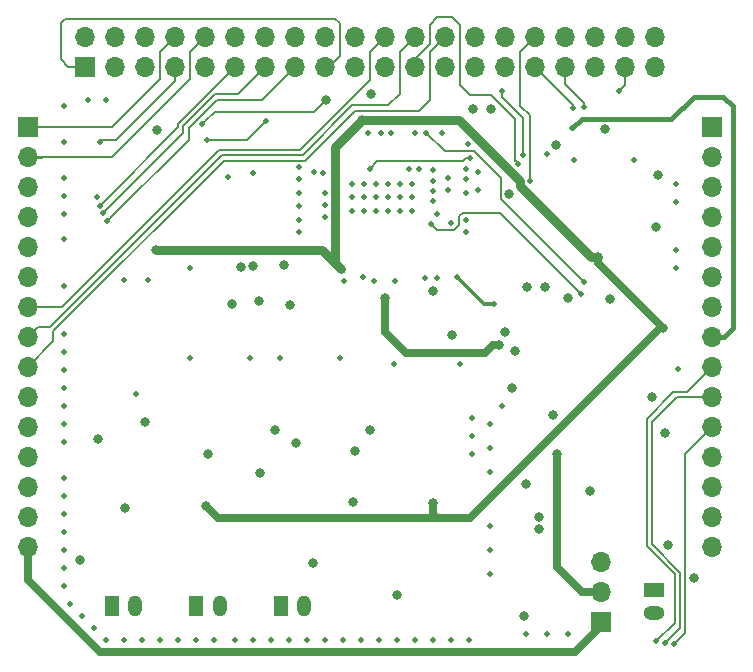
<source format=gbr>
G04 #@! TF.GenerationSoftware,KiCad,Pcbnew,(5.0.0-3-g5ebb6b6)*
G04 #@! TF.CreationDate,2019-05-19T23:28:31+02:00*
G04 #@! TF.ProjectId,Audio Board,417564696F20426F6172642E6B696361,rev?*
G04 #@! TF.SameCoordinates,Original*
G04 #@! TF.FileFunction,Copper,L2,Inr,Signal*
G04 #@! TF.FilePolarity,Positive*
%FSLAX46Y46*%
G04 Gerber Fmt 4.6, Leading zero omitted, Abs format (unit mm)*
G04 Created by KiCad (PCBNEW (5.0.0-3-g5ebb6b6)) date Sunday, 19 May 2019 at 23:28:31*
%MOMM*%
%LPD*%
G01*
G04 APERTURE LIST*
G04 #@! TA.AperFunction,ViaPad*
%ADD10R,1.700000X1.700000*%
G04 #@! TD*
G04 #@! TA.AperFunction,ViaPad*
%ADD11O,1.700000X1.700000*%
G04 #@! TD*
G04 #@! TA.AperFunction,ViaPad*
%ADD12O,1.200000X1.800000*%
G04 #@! TD*
G04 #@! TA.AperFunction,ViaPad*
%ADD13R,1.200000X1.800000*%
G04 #@! TD*
G04 #@! TA.AperFunction,ViaPad*
%ADD14R,1.800000X1.200000*%
G04 #@! TD*
G04 #@! TA.AperFunction,ViaPad*
%ADD15O,1.800000X1.200000*%
G04 #@! TD*
G04 #@! TA.AperFunction,ViaPad*
%ADD16C,0.500000*%
G04 #@! TD*
G04 #@! TA.AperFunction,ViaPad*
%ADD17C,0.800000*%
G04 #@! TD*
G04 #@! TA.AperFunction,Conductor*
%ADD18C,0.700000*%
G04 #@! TD*
G04 #@! TA.AperFunction,Conductor*
%ADD19C,0.200000*%
G04 #@! TD*
G04 #@! TA.AperFunction,Conductor*
%ADD20C,0.400000*%
G04 #@! TD*
G04 #@! TA.AperFunction,Conductor*
%ADD21C,0.800000*%
G04 #@! TD*
G04 #@! TA.AperFunction,Conductor*
%ADD22C,0.250000*%
G04 #@! TD*
G04 #@! TA.AperFunction,Conductor*
%ADD23C,0.300000*%
G04 #@! TD*
G04 APERTURE END LIST*
D10*
G04 #@! TO.N,+3V3*
G04 #@! TO.C,J6*
X94996000Y-62230000D03*
D11*
G04 #@! TO.N,+5V_J4*
X94996000Y-59690000D03*
G04 #@! TO.N,H_SDA*
X97536000Y-62230000D03*
G04 #@! TO.N,+5V_J4*
X97536000Y-59690000D03*
G04 #@! TO.N,H_SCL*
X100076000Y-62230000D03*
G04 #@! TO.N,GNDA*
X100076000Y-59690000D03*
G04 #@! TO.N,Net-(J1-Pad13)*
X102616000Y-62230000D03*
G04 #@! TO.N,Net-(J6-Pad8)*
X102616000Y-59690000D03*
G04 #@! TO.N,GNDA*
X105156000Y-62230000D03*
G04 #@! TO.N,Net-(J6-Pad10)*
X105156000Y-59690000D03*
G04 #@! TO.N,Net-(J1-Pad11)*
X107696000Y-62230000D03*
G04 #@! TO.N,HEADER_I2S_BCK*
X107696000Y-59690000D03*
G04 #@! TO.N,Net-(J1-Pad10)*
X110236000Y-62230000D03*
G04 #@! TO.N,GNDA*
X110236000Y-59690000D03*
G04 #@! TO.N,Net-(J1-Pad9)*
X112776000Y-62230000D03*
G04 #@! TO.N,Net-(J6-Pad16)*
X112776000Y-59690000D03*
G04 #@! TO.N,+3V3*
X115316000Y-62230000D03*
G04 #@! TO.N,Net-(J6-Pad18)*
X115316000Y-59690000D03*
G04 #@! TO.N,Net-(J1-Pad7)*
X117856000Y-62230000D03*
G04 #@! TO.N,GNDA*
X117856000Y-59690000D03*
G04 #@! TO.N,Net-(J1-Pad6)*
X120396000Y-62230000D03*
G04 #@! TO.N,Net-(J6-Pad22)*
X120396000Y-59690000D03*
G04 #@! TO.N,Net-(J1-Pad5)*
X122936000Y-62230000D03*
G04 #@! TO.N,Net-(J6-Pad24)*
X122936000Y-59690000D03*
G04 #@! TO.N,GNDA*
X125476000Y-62230000D03*
G04 #@! TO.N,Net-(J6-Pad26)*
X125476000Y-59690000D03*
G04 #@! TO.N,N/C*
X128016000Y-62230000D03*
X128016000Y-59690000D03*
X130556000Y-62230000D03*
G04 #@! TO.N,GNDA*
X130556000Y-59690000D03*
G04 #@! TO.N,Net-(J1-Pad3)*
X133096000Y-62230000D03*
G04 #@! TO.N,HEADER_FAULT*
X133096000Y-59690000D03*
G04 #@! TO.N,Net-(J1-Pad2)*
X135636000Y-62230000D03*
G04 #@! TO.N,GNDA*
X135636000Y-59690000D03*
G04 #@! TO.N,HEADER_I2S_LRCK*
X138176000Y-62230000D03*
G04 #@! TO.N,HEADER_RESET*
X138176000Y-59690000D03*
G04 #@! TO.N,Net-(J6-Pad37)*
X140716000Y-62230000D03*
G04 #@! TO.N,HEADER_PDN*
X140716000Y-59690000D03*
G04 #@! TO.N,GNDA*
X143256000Y-62230000D03*
G04 #@! TO.N,HEADER_I2S_DOUT*
X143256000Y-59690000D03*
G04 #@! TD*
G04 #@! TO.N,H_SDA*
G04 #@! TO.C,J1*
X148082000Y-102870000D03*
G04 #@! TO.N,H_SCL*
X148082000Y-100330000D03*
G04 #@! TO.N,Net-(J1-Pad13)*
X148082000Y-97790000D03*
G04 #@! TO.N,GNDA*
X148082000Y-95250000D03*
G04 #@! TO.N,Net-(J1-Pad11)*
X148082000Y-92710000D03*
G04 #@! TO.N,Net-(J1-Pad10)*
X148082000Y-90170000D03*
G04 #@! TO.N,Net-(J1-Pad9)*
X148082000Y-87630000D03*
G04 #@! TO.N,+3V3*
X148082000Y-85090000D03*
G04 #@! TO.N,Net-(J1-Pad7)*
X148082000Y-82550000D03*
G04 #@! TO.N,Net-(J1-Pad6)*
X148082000Y-80010000D03*
G04 #@! TO.N,Net-(J1-Pad5)*
X148082000Y-77470000D03*
G04 #@! TO.N,GNDA*
X148082000Y-74930000D03*
G04 #@! TO.N,Net-(J1-Pad3)*
X148082000Y-72390000D03*
G04 #@! TO.N,Net-(J1-Pad2)*
X148082000Y-69850000D03*
D10*
G04 #@! TO.N,GNDA*
X148082000Y-67310000D03*
G04 #@! TD*
G04 #@! TO.N,+5V_J4*
G04 #@! TO.C,J4*
X138684000Y-109220000D03*
D11*
G04 #@! TO.N,+5V*
X138684000Y-106680000D03*
G04 #@! TO.N,Net-(J4-Pad3)*
X138684000Y-104140000D03*
G04 #@! TD*
D10*
G04 #@! TO.N,Net-(J6-Pad8)*
G04 #@! TO.C,J7*
X90170000Y-67310000D03*
D11*
G04 #@! TO.N,Net-(J6-Pad10)*
X90170000Y-69850000D03*
G04 #@! TO.N,GNDA*
X90170000Y-72390000D03*
G04 #@! TO.N,Net-(J6-Pad16)*
X90170000Y-74930000D03*
G04 #@! TO.N,Net-(J6-Pad18)*
X90170000Y-77470000D03*
G04 #@! TO.N,GNDA*
X90170000Y-80010000D03*
G04 #@! TO.N,Net-(J6-Pad22)*
X90170000Y-82550000D03*
G04 #@! TO.N,Net-(J6-Pad24)*
X90170000Y-85090000D03*
G04 #@! TO.N,Net-(J6-Pad26)*
X90170000Y-87630000D03*
G04 #@! TO.N,GNDA*
X90170000Y-90170000D03*
X90170000Y-92710000D03*
G04 #@! TO.N,HEADER_PDN*
X90170000Y-95250000D03*
G04 #@! TO.N,+3V3*
X90170000Y-97790000D03*
X90170000Y-100330000D03*
G04 #@! TO.N,+5V_J4*
X90170000Y-102870000D03*
G04 #@! TD*
D12*
G04 #@! TO.N,Net-(C4-Pad2)*
G04 #@! TO.C,J2*
X113550000Y-107900000D03*
D13*
G04 #@! TO.N,SPLIT_CAP_B*
X111550000Y-107900000D03*
G04 #@! TD*
D12*
G04 #@! TO.N,Net-(C2-Pad1)*
G04 #@! TO.C,J3*
X99250000Y-107900000D03*
D13*
G04 #@! TO.N,SPLIT_CAP_A*
X97250000Y-107900000D03*
G04 #@! TD*
D14*
G04 #@! TO.N,Net-(J4-Pad3)*
G04 #@! TO.C,J5*
X143200000Y-106500000D03*
D15*
G04 #@! TO.N,GNDA*
X143200000Y-108500000D03*
G04 #@! TD*
D13*
G04 #@! TO.N,Net-(C10-Pad2)*
G04 #@! TO.C,J8*
X104400000Y-107900000D03*
D12*
G04 #@! TO.N,Net-(C10-Pad1)*
X106400000Y-107900000D03*
G04 #@! TD*
D16*
G04 #@! TO.N,GNDA*
X116840000Y-110744000D03*
X115316000Y-110744000D03*
X118364000Y-110744000D03*
X119888000Y-110744000D03*
X121412000Y-110744000D03*
X122936000Y-110744000D03*
X124460000Y-110744000D03*
X125984000Y-110744000D03*
X127508000Y-110744000D03*
X113792000Y-110744000D03*
X112268000Y-110744000D03*
X110744000Y-110744000D03*
X109220000Y-110744000D03*
X107696000Y-110744000D03*
X105905300Y-110744000D03*
X104381300Y-110744000D03*
X102857300Y-110744000D03*
X101333300Y-110744000D03*
X99809300Y-110744000D03*
X98285300Y-110744000D03*
X96761300Y-110744000D03*
X95745300Y-109728000D03*
X94729300Y-108712000D03*
X93713300Y-107696000D03*
X93205300Y-106172000D03*
X93205300Y-104648000D03*
X93205300Y-103124000D03*
X93205300Y-101600000D03*
X93205300Y-100076000D03*
X93205300Y-98552000D03*
X93205300Y-97028000D03*
X93205300Y-93980000D03*
X93205300Y-92456000D03*
X93205300Y-90932000D03*
X93205300Y-89408000D03*
X93205300Y-87884000D03*
X93205300Y-86360000D03*
X93205300Y-84836000D03*
X93205300Y-80772000D03*
X93205300Y-74676000D03*
X93205300Y-73152000D03*
X93205300Y-71628000D03*
X93205300Y-68580000D03*
X93205300Y-65532000D03*
X95237300Y-65024000D03*
X96761300Y-65024000D03*
X103873300Y-79248000D03*
X98285300Y-80264000D03*
X100317300Y-80264000D03*
X125717300Y-71628000D03*
X125717300Y-72644000D03*
X128257300Y-71120000D03*
X128257300Y-72644000D03*
X130289300Y-90932000D03*
X127749300Y-91948000D03*
X127749300Y-93472000D03*
X127749300Y-94996000D03*
X129273300Y-105156000D03*
X129273300Y-103124000D03*
X129273300Y-101092000D03*
X129273300Y-96520000D03*
X129273300Y-94488000D03*
X129273300Y-92456000D03*
X132321300Y-110236000D03*
X134112000Y-110236000D03*
X135877300Y-110236000D03*
X103873300Y-86868000D03*
X108953300Y-86868000D03*
X111493300Y-86868000D03*
X116573300Y-86868000D03*
X121145300Y-87376000D03*
X126733300Y-87376000D03*
X99301300Y-89916000D03*
X145021300Y-72136000D03*
X145021300Y-77724000D03*
X141465300Y-70104000D03*
X136385300Y-70104000D03*
X145021300Y-79248000D03*
X145021300Y-73660000D03*
X124460000Y-73600000D03*
X124841000Y-74676000D03*
X127254000Y-75184000D03*
X127254000Y-72898000D03*
X113157000Y-76200000D03*
X115316000Y-73914000D03*
X115316000Y-74930000D03*
X113157000Y-74041000D03*
X113157000Y-72898000D03*
X113157000Y-71755000D03*
X113157000Y-75184000D03*
X124460000Y-71882000D03*
X124460000Y-72700000D03*
X127254000Y-71755000D03*
X127254000Y-76200000D03*
X122682000Y-74422000D03*
X121666000Y-74422000D03*
X120650000Y-74422000D03*
X119634000Y-74422000D03*
X118618000Y-74422000D03*
X117602000Y-74422000D03*
X122682000Y-73279000D03*
X121666000Y-73279000D03*
X120650000Y-73279000D03*
X119634000Y-73279000D03*
X118618000Y-73279000D03*
X117602000Y-73279000D03*
X122682000Y-72136000D03*
X121666000Y-72136000D03*
X120650000Y-72136000D03*
X119634000Y-72136000D03*
X118618000Y-72136000D03*
X117602000Y-72136000D03*
X121285000Y-80391000D03*
D17*
X100076000Y-92329000D03*
X96139000Y-93726000D03*
X121412000Y-106934000D03*
X109855000Y-96647000D03*
X143383000Y-75819000D03*
X127889000Y-65786000D03*
D16*
X115293192Y-72870897D03*
X109220000Y-71247000D03*
D17*
X133477000Y-100330000D03*
X132207000Y-108712000D03*
X94615000Y-104013000D03*
X114300000Y-104267000D03*
X144399000Y-102743000D03*
X131191000Y-89408000D03*
X126111000Y-84963000D03*
X133985000Y-80899000D03*
X130556000Y-84709000D03*
D16*
X120904000Y-67818000D03*
X122936000Y-67818000D03*
X127254000Y-70866000D03*
X107086594Y-71526594D03*
D17*
X119252996Y-64516000D03*
D16*
X113157000Y-70739011D03*
D17*
X117856000Y-94742000D03*
X130937000Y-73025000D03*
X143510000Y-71373992D03*
X101091998Y-67564002D03*
D16*
X93218000Y-76835000D03*
D17*
X144145000Y-93218000D03*
X119126000Y-92964000D03*
D16*
X116967000Y-80391000D03*
X115189000Y-71247000D03*
D17*
X146558000Y-105537000D03*
X139433300Y-81876900D03*
D16*
X125991916Y-75445916D03*
D17*
X139065000Y-67474010D03*
G04 #@! TO.N,+5V*
X137795000Y-98171000D03*
X135001000Y-94996000D03*
X135890000Y-81788000D03*
D16*
G04 #@! TO.N,+3V3*
X136248669Y-67414669D03*
D17*
X129413000Y-65769995D03*
X134874000Y-68834000D03*
G04 #@! TO.N,+12VA*
X116701000Y-79375000D03*
X138430000Y-78359000D03*
X124460000Y-99187000D03*
X105283000Y-99441000D03*
X118449754Y-66753531D03*
X100984555Y-77760990D03*
X143916400Y-84340700D03*
G04 #@! TO.N,Net-(D1-Pad2)*
X134620000Y-91694000D03*
X133477000Y-101346000D03*
X132334000Y-97536000D03*
D16*
G04 #@! TO.N,Net-(J1-Pad13)*
X96266000Y-68580000D03*
X96012000Y-73279000D03*
G04 #@! TO.N,Net-(J1-Pad6)*
X130302000Y-64269995D03*
X132064531Y-69723000D03*
G04 #@! TO.N,Net-(J1-Pad5)*
X131699000Y-70485000D03*
G04 #@! TO.N,Net-(J1-Pad3)*
X136353160Y-65698835D03*
G04 #@! TO.N,Net-(J1-Pad2)*
X137287000Y-65658998D03*
G04 #@! TO.N,Net-(J6-Pad37)*
X140208000Y-64269995D03*
G04 #@! TO.N,MUTE*
X119126000Y-70866000D03*
X127635000Y-69977000D03*
X134112000Y-69596000D03*
D17*
G04 #@! TO.N,Net-(C2-Pad1)*
X105410000Y-94996000D03*
X112892234Y-94085389D03*
X111125000Y-92964000D03*
G04 #@! TO.N,Net-(C14-Pad2)*
X124460000Y-81165000D03*
X132461000Y-80899000D03*
D16*
G04 #@! TO.N,Net-(C17-Pad1)*
X129667000Y-82296000D03*
X126492000Y-80010000D03*
G04 #@! TO.N,Net-(C19-Pad1)*
X118548161Y-80007169D03*
G04 #@! TO.N,Net-(C19-Pad2)*
X119476844Y-80378076D03*
G04 #@! TO.N,Net-(C25-Pad1)*
X114427000Y-71120000D03*
G04 #@! TO.N,Net-(C26-Pad1)*
X118999000Y-67818000D03*
G04 #@! TO.N,Net-(C29-Pad1)*
X120018963Y-67811913D03*
D17*
G04 #@! TO.N,SPK_OUTB*
X111887000Y-78994000D03*
X112395000Y-82422998D03*
G04 #@! TO.N,SPK_OUTC*
X109220000Y-79121000D03*
X109728001Y-82041999D03*
G04 #@! TO.N,SPK_OUTD*
X108164481Y-79140578D03*
X107442000Y-82296000D03*
G04 #@! TO.N,SPLIT_CAP_A*
X98425000Y-99568000D03*
G04 #@! TO.N,SPLIT_CAP_B*
X117729000Y-99060000D03*
G04 #@! TO.N,+3.3VA*
X120396000Y-81788000D03*
D16*
X123813000Y-80137000D03*
D17*
X130086100Y-85813900D03*
G04 #@! TO.N,H_SDA*
X115443000Y-65023994D03*
D16*
X104929004Y-67083004D03*
X123909990Y-67818000D03*
X137265485Y-80473907D03*
G04 #@! TO.N,H_SCL*
X123317000Y-70866000D03*
X137018023Y-81481148D03*
X110363001Y-66813990D03*
X105367990Y-68453000D03*
X145186400Y-87782400D03*
X124300000Y-75500000D03*
G04 #@! TO.N,Net-(J1-Pad11)*
X96239458Y-73979238D03*
X144893002Y-111063171D03*
G04 #@! TO.N,Net-(J1-Pad10)*
X96511500Y-74624226D03*
X144145000Y-110998000D03*
G04 #@! TO.N,Net-(J1-Pad9)*
X143383000Y-110871000D03*
X96841010Y-75311000D03*
G04 #@! TO.N,HEADER_I2S_BCK*
X127429893Y-68773107D03*
X125222000Y-67818008D03*
G04 #@! TO.N,HEADER_FAULT*
X124813003Y-80137000D03*
X132639531Y-71885166D03*
G04 #@! TO.N,HEADER_RESET*
X122453073Y-70885837D03*
G04 #@! TO.N,HEADER_I2S_DOUT*
X124460000Y-70993000D03*
D17*
G04 #@! TO.N,Net-(C38-Pad1)*
X131394200Y-86271100D03*
G04 #@! TO.N,Net-(C40-Pad2)*
X143002000Y-90170000D03*
G04 #@! TD*
D18*
G04 #@! TO.N,+5V*
X137100919Y-106680000D02*
X135001000Y-104580081D01*
X135001000Y-104580081D02*
X135001000Y-94996000D01*
X138130000Y-106680000D02*
X137100919Y-106680000D01*
X138511000Y-107061000D02*
X138130000Y-106680000D01*
X138684000Y-107061000D02*
X138511000Y-107061000D01*
D19*
G04 #@! TO.N,+3V3*
X115697000Y-62230000D02*
X115316000Y-62230000D01*
X116586000Y-58547000D02*
X116586000Y-61341000D01*
X93345000Y-58166000D02*
X116205000Y-58166000D01*
X116586000Y-61341000D02*
X115697000Y-62230000D01*
X92964000Y-58547000D02*
X93345000Y-58166000D01*
X116205000Y-58166000D02*
X116586000Y-58547000D01*
X92964000Y-61595000D02*
X92964000Y-58547000D01*
X93599000Y-62230000D02*
X92964000Y-61595000D01*
X94996000Y-62230000D02*
X93599000Y-62230000D01*
D20*
X144579694Y-66621306D02*
X137042032Y-66621306D01*
X146550000Y-64750000D02*
X144579694Y-66621306D01*
X137042032Y-66621306D02*
X136248669Y-67414669D01*
X149050000Y-64750000D02*
X146550000Y-64750000D01*
X149860000Y-65532000D02*
X149050000Y-64750000D01*
X149860000Y-84328000D02*
X149860000Y-65532000D01*
X149098000Y-85090000D02*
X149860000Y-84328000D01*
X148082000Y-85090000D02*
X149098000Y-85090000D01*
D18*
G04 #@! TO.N,+12VA*
X105918000Y-100076000D02*
X105283000Y-99441000D01*
X106299000Y-100457000D02*
X105918000Y-100076000D01*
X124841000Y-100457000D02*
X106299000Y-100457000D01*
X124460000Y-100076000D02*
X124460000Y-99187000D01*
X124841000Y-100457000D02*
X124460000Y-100076000D01*
D21*
X101550240Y-77760990D02*
X100984555Y-77760990D01*
X116701000Y-79375000D02*
X115086990Y-77760990D01*
X115086990Y-77760990D02*
X101550240Y-77760990D01*
X131789530Y-72284215D02*
X131789530Y-71900544D01*
X131789530Y-71900544D02*
X126642517Y-66753531D01*
X138430000Y-78359000D02*
X137864315Y-78359000D01*
X119015439Y-66753531D02*
X118449754Y-66753531D01*
X137864315Y-78359000D02*
X131789530Y-72284215D01*
X126642517Y-66753531D02*
X119015439Y-66753531D01*
X116713000Y-79375000D02*
X116078000Y-78740000D01*
X116205000Y-78867000D02*
X116713000Y-79375000D01*
X116205000Y-68998285D02*
X116205000Y-78867000D01*
X118449754Y-66753531D02*
X116205000Y-68998285D01*
D18*
X138430000Y-78854300D02*
X138430000Y-78359000D01*
X143916400Y-84340700D02*
X138430000Y-78854300D01*
X143713200Y-84340700D02*
X143916400Y-84340700D01*
X127596900Y-100457000D02*
X143713200Y-84340700D01*
X124841000Y-100457000D02*
X127596900Y-100457000D01*
D19*
G04 #@! TO.N,Net-(J1-Pad13)*
X102616000Y-63432081D02*
X97595081Y-68453000D01*
X102616000Y-62230000D02*
X102616000Y-63432081D01*
X96393000Y-68453000D02*
X96266000Y-68580000D01*
X97595081Y-68453000D02*
X96393000Y-68453000D01*
G04 #@! TO.N,Net-(J1-Pad6)*
X132080000Y-69707531D02*
X132064531Y-69723000D01*
X132080000Y-66548000D02*
X132080000Y-69707531D01*
X130302000Y-64770000D02*
X132080000Y-66548000D01*
X130302000Y-64269995D02*
X130302000Y-64770000D01*
G04 #@! TO.N,Net-(J1-Pad5)*
X126746000Y-63754000D02*
X127635000Y-64643000D01*
X129413000Y-64643000D02*
X131445000Y-66675000D01*
X131449001Y-70235001D02*
X131699000Y-70485000D01*
X131445000Y-66675000D02*
X131445000Y-70231000D01*
X127635000Y-64643000D02*
X129413000Y-64643000D01*
X126746000Y-58674000D02*
X126746000Y-63754000D01*
X126111000Y-58039000D02*
X126746000Y-58674000D01*
X124206000Y-58674000D02*
X124841000Y-58039000D01*
X131445000Y-70231000D02*
X131449001Y-70235001D01*
X124841000Y-58039000D02*
X126111000Y-58039000D01*
X124206000Y-60323590D02*
X124206000Y-58674000D01*
X122936000Y-61593590D02*
X124206000Y-60323590D01*
X122936000Y-62230000D02*
X122936000Y-61593590D01*
G04 #@! TO.N,Net-(J1-Pad3)*
X136353160Y-65487160D02*
X136353160Y-65698835D01*
X133096000Y-62230000D02*
X136353160Y-65487160D01*
G04 #@! TO.N,Net-(J1-Pad2)*
X137287000Y-65305445D02*
X137287000Y-65658998D01*
X135636000Y-63654445D02*
X137287000Y-65305445D01*
X135636000Y-62230000D02*
X135636000Y-63654445D01*
D18*
G04 #@! TO.N,+5V_J4*
X96278700Y-111760000D02*
X136525000Y-111760000D01*
X136525000Y-111760000D02*
X138684000Y-109601000D01*
X90170000Y-105651300D02*
X96278700Y-111760000D01*
X90170000Y-102870000D02*
X90170000Y-105651300D01*
D19*
G04 #@! TO.N,Net-(J6-Pad8)*
X97282000Y-67310000D02*
X90170000Y-67310000D01*
X101346000Y-63246000D02*
X97282000Y-67310000D01*
X101346000Y-60960000D02*
X101346000Y-63246000D01*
X102616000Y-59690000D02*
X101346000Y-60960000D01*
D22*
G04 #@! TO.N,Net-(J6-Pad10)*
X91372081Y-69850000D02*
X90170000Y-69850000D01*
D19*
X97282000Y-69850000D02*
X91372081Y-69850000D01*
X103886000Y-63246000D02*
X97282000Y-69850000D01*
X103886000Y-60960000D02*
X103886000Y-63246000D01*
X105156000Y-59690000D02*
X103886000Y-60960000D01*
G04 #@! TO.N,Net-(J6-Pad22)*
X93091000Y-82550000D02*
X91372081Y-82550000D01*
X106377021Y-69263979D02*
X93091000Y-82550000D01*
X113235021Y-69263979D02*
X106377021Y-69263979D01*
X119126000Y-63373000D02*
X113235021Y-69263979D01*
X91372081Y-82550000D02*
X90170000Y-82550000D01*
X119126000Y-60960000D02*
X119126000Y-63373000D01*
X120396000Y-59690000D02*
X119126000Y-60960000D01*
G04 #@! TO.N,Net-(J6-Pad24)*
X121666000Y-64516000D02*
X120682021Y-65499979D01*
X113421421Y-69713990D02*
X106562010Y-69713990D01*
X106562010Y-69713990D02*
X92035999Y-84240001D01*
X117635430Y-65499979D02*
X113421421Y-69713990D01*
X122936000Y-59690000D02*
X121666000Y-60960000D01*
X121666000Y-60960000D02*
X121666000Y-64516000D01*
X92035999Y-84240001D02*
X91019999Y-84240001D01*
X91019999Y-84240001D02*
X90170000Y-85090000D01*
X120682021Y-65499979D02*
X117635430Y-65499979D01*
G04 #@! TO.N,Net-(J6-Pad26)*
X106746999Y-70164001D02*
X92329000Y-84582000D01*
X117821830Y-65949990D02*
X113607821Y-70164001D01*
X124206000Y-65024000D02*
X123280010Y-65949990D01*
X92329000Y-85471000D02*
X90170000Y-87630000D01*
X113607821Y-70164001D02*
X106746999Y-70164001D01*
X124206000Y-60960000D02*
X124206000Y-65024000D01*
X92329000Y-84582000D02*
X92329000Y-85471000D01*
X123280010Y-65949990D02*
X117821830Y-65949990D01*
X125476000Y-59690000D02*
X124206000Y-60960000D01*
G04 #@! TO.N,Net-(J6-Pad37)*
X140716000Y-63761995D02*
X140208000Y-64269995D01*
X140716000Y-62230000D02*
X140716000Y-63761995D01*
G04 #@! TO.N,MUTE*
X127281447Y-69977000D02*
X127635000Y-69977000D01*
X119126000Y-70866000D02*
X119761000Y-70231000D01*
X127027447Y-70231000D02*
X127281447Y-69977000D01*
X119761000Y-70231000D02*
X127027447Y-70231000D01*
D23*
G04 #@! TO.N,Net-(C17-Pad1)*
X128778000Y-82296000D02*
X126492000Y-80010000D01*
X129667000Y-82296000D02*
X128778000Y-82296000D01*
D18*
G04 #@! TO.N,+3.3VA*
X120396000Y-84709000D02*
X120396000Y-81788000D01*
X122174000Y-86487000D02*
X120396000Y-84709000D01*
X128847315Y-86487000D02*
X122174000Y-86487000D01*
X129520415Y-85813900D02*
X128847315Y-86487000D01*
X130086100Y-85813900D02*
X129520415Y-85813900D01*
D19*
G04 #@! TO.N,H_SDA*
X115443000Y-65023994D02*
X114426994Y-66040000D01*
X114426994Y-66040000D02*
X105972008Y-66040000D01*
X105179003Y-66833005D02*
X104929004Y-67083004D01*
X105972008Y-66040000D02*
X105179003Y-66833005D01*
X127919110Y-69373108D02*
X130186999Y-71640997D01*
X130186999Y-71640997D02*
X130186999Y-73395421D01*
X137015486Y-80223908D02*
X137265485Y-80473907D01*
X130186999Y-73395421D02*
X137015486Y-80223908D01*
X123909990Y-67818000D02*
X125465098Y-69373108D01*
X125465098Y-69373108D02*
X127919110Y-69373108D01*
G04 #@! TO.N,H_SCL*
X105721543Y-68453000D02*
X105367990Y-68453000D01*
X108723991Y-68453000D02*
X105721543Y-68453000D01*
X110363001Y-66813990D02*
X108723991Y-68453000D01*
X126653999Y-74895999D02*
X126653999Y-75656003D01*
X124549999Y-75749999D02*
X124300000Y-75500000D01*
X124838001Y-76038001D02*
X124549999Y-75749999D01*
X126965999Y-74583999D02*
X126653999Y-74895999D01*
X137018023Y-81481148D02*
X130120874Y-74583999D01*
X126653999Y-75656003D02*
X126272001Y-76038001D01*
X130120874Y-74583999D02*
X126965999Y-74583999D01*
X126272001Y-76038001D02*
X124838001Y-76038001D01*
G04 #@! TO.N,Net-(J1-Pad11)*
X96266000Y-74005780D02*
X96239458Y-73979238D01*
X96266000Y-74041000D02*
X96266000Y-74005780D01*
X102870000Y-67348696D02*
X96489457Y-73729239D01*
X96489457Y-73729239D02*
X96239458Y-73979238D01*
X107696000Y-62230000D02*
X102870000Y-67056000D01*
X102870000Y-67056000D02*
X102870000Y-67348696D01*
X147232001Y-93559999D02*
X148082000Y-92710000D01*
X145800000Y-94992000D02*
X147232001Y-93559999D01*
X145800000Y-110156173D02*
X145800000Y-94992000D01*
X144893002Y-111063171D02*
X145800000Y-110156173D01*
G04 #@! TO.N,Net-(J1-Pad10)*
X103320011Y-67815715D02*
X96761499Y-74374227D01*
X96511500Y-74667500D02*
X96511500Y-74624226D01*
X96520000Y-74676000D02*
X96511500Y-74667500D01*
X106046410Y-64516000D02*
X103320011Y-67242399D01*
X107950000Y-64516000D02*
X106046410Y-64516000D01*
X96761499Y-74374227D02*
X96511500Y-74624226D01*
X103320011Y-67242399D02*
X103320011Y-67815715D01*
X110236000Y-62230000D02*
X107950000Y-64516000D01*
X147447000Y-90170000D02*
X147447000Y-90297000D01*
X145161000Y-90170000D02*
X147447000Y-90170000D01*
X144145000Y-110998000D02*
X145400000Y-109743000D01*
X143002000Y-92329000D02*
X145161000Y-90170000D01*
X145400000Y-109743000D02*
X145400000Y-105050000D01*
X143002000Y-102652000D02*
X143002000Y-92329000D01*
X145400000Y-105050000D02*
X143002000Y-102652000D01*
G04 #@! TO.N,Net-(J1-Pad9)*
X106174820Y-65024000D02*
X103770022Y-67428798D01*
X112776000Y-62230000D02*
X109982000Y-65024000D01*
X103770022Y-68381988D02*
X97091009Y-75061001D01*
X109982000Y-65024000D02*
X106174820Y-65024000D01*
X97091009Y-75061001D02*
X96841010Y-75311000D01*
X103770022Y-67428798D02*
X103770022Y-68381988D01*
X145969899Y-89742101D02*
X147232001Y-88479999D01*
X144815401Y-89742101D02*
X145969899Y-89742101D01*
X147232001Y-88479999D02*
X148082000Y-87630000D01*
X142551989Y-102801989D02*
X142551989Y-92005513D01*
X142551989Y-92005513D02*
X144815401Y-89742101D01*
X144950000Y-109304000D02*
X144950000Y-105200000D01*
X144950000Y-105200000D02*
X142551989Y-102801989D01*
X143383000Y-110871000D02*
X144950000Y-109304000D01*
G04 #@! TO.N,HEADER_FAULT*
X132639531Y-66345531D02*
X132639531Y-71531613D01*
X132639531Y-71531613D02*
X132639531Y-71885166D01*
X131826000Y-65532000D02*
X132639531Y-66345531D01*
X131826000Y-60960000D02*
X131826000Y-65532000D01*
X133096000Y-59690000D02*
X131826000Y-60960000D01*
D22*
G04 #@! TO.N,HEADER_PDN*
X140716000Y-59309000D02*
X140716000Y-59690000D01*
G04 #@! TD*
M02*

</source>
